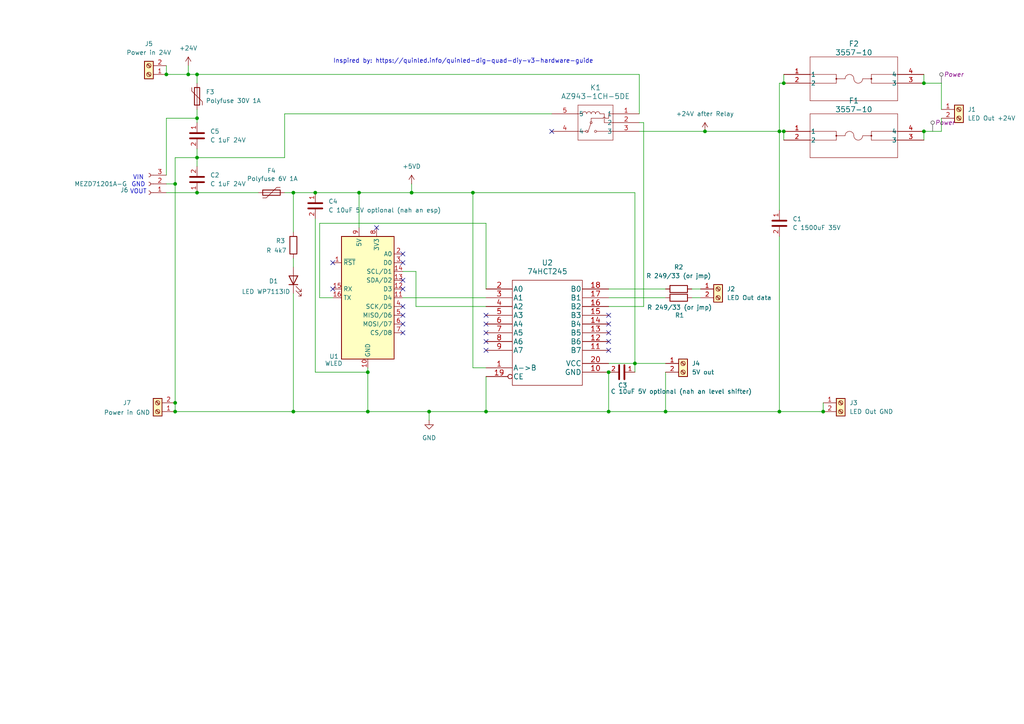
<source format=kicad_sch>
(kicad_sch (version 20250114) (generator "eeschema") (generator_version "9.0")
  (paper "A4")
  (title_block (title "wled-pcb"))
  (lib_symbols
    (symbol "C_1" (pin_names (offset 0.254))
      (property "Reference" "C" (at 0.635 2.54 0))
      (property "Value" "C" (at 0.635 -2.54 0))
      (symbol "C_1_0_1"
        (polyline (pts (xy -2.032 0.762) (xy 2.032 0.762)) (stroke (width 0.508)))
        (polyline (pts (xy -2.032 -0.762) (xy 2.032 -0.762)) (stroke (width 0.508)))
      )
      (symbol "C_1_1_1"
        (pin passive line (at 0 3.81 270) (length 2.794) (name "~") (number "1"))
        (pin passive line (at 0 -3.81 90) (length 2.794) (name "~") (number "2"))
      )
    )
    (symbol "C_2" (pin_names (offset 0.254))
      (property "Reference" "C" (at 0.635 2.54 0))
      (property "Value" "C" (at 0.635 -2.54 0))
      (symbol "C_2_0_1"
        (polyline (pts (xy -2.032 0.762) (xy 2.032 0.762)) (stroke (width 0.508)))
        (polyline (pts (xy -2.032 -0.762) (xy 2.032 -0.762)) (stroke (width 0.508)))
      )
      (symbol "C_2_1_1"
        (pin passive line (at 0 3.81 270) (length 2.794) (name "~") (number "1"))
        (pin passive line (at 0 -3.81 90) (length 2.794) (name "~") (number "2"))
      )
    )
    (symbol "C_3" (pin_names (offset 0.254))
      (property "Reference" "C" (at 0.635 2.54 0))
      (property "Value" "C" (at 0.635 -2.54 0))
      (symbol "C_3_0_1"
        (polyline (pts (xy -2.032 0.762) (xy 2.032 0.762)) (stroke (width 0.508)))
        (polyline (pts (xy -2.032 -0.762) (xy 2.032 -0.762)) (stroke (width 0.508)))
      )
      (symbol "C_3_1_1"
        (pin passive line (at 0 3.81 270) (length 2.794) (name "~") (number "1"))
        (pin passive line (at 0 -3.81 90) (length 2.794) (name "~") (number "2"))
      )
    )
    (symbol "C_4" (pin_names (offset 0.254))
      (property "Reference" "C" (at 0.635 2.54 0))
      (property "Value" "C" (at 0.635 -2.54 0))
      (symbol "C_4_0_1"
        (polyline (pts (xy -2.032 0.762) (xy 2.032 0.762)) (stroke (width 0.508)))
        (polyline (pts (xy -2.032 -0.762) (xy 2.032 -0.762)) (stroke (width 0.508)))
      )
      (symbol "C_4_1_1"
        (pin passive line (at 0 3.81 270) (length 2.794) (name "~") (number "1"))
        (pin passive line (at 0 -3.81 90) (length 2.794) (name "~") (number "2"))
      )
    )
    (symbol "Connector:Conn_01x03_Socket" (pin_names (offset 1.016) (hide yes))
      (property "Reference" "J" (at 0 5.08 0))
      (property "Value" "Conn_01x03_Socket" (at 0 -5.08 0))
      (symbol "Conn_01x03_Socket_1_1"
        (polyline (pts (xy -1.27 2.54) (xy -0.508 2.54)) (stroke (width 0.1524)))
        (polyline (pts (xy -1.27 0) (xy -0.508 0)) (stroke (width 0.1524)))
        (polyline (pts (xy -1.27 -2.54) (xy -0.508 -2.54)) (stroke (width 0.1524)))
        (arc (start 0 2.032) (mid -0.5058 2.54) (end 0 3.048) (stroke (width 0.1524)))
        (arc (start 0 -0.508) (mid -0.5058 0) (end 0 0.508) (stroke (width 0.1524)))
        (arc (start 0 -3.048) (mid -0.5058 -2.54) (end 0 -2.032) (stroke (width 0.1524)))
        (pin passive line (at -5.08 2.54 0) (length 3.81) (name "Pin_1") (number "1"))
        (pin passive line (at -5.08 0 0) (length 3.81) (name "Pin_2") (number "2"))
        (pin passive line (at -5.08 -2.54 0) (length 3.81) (name "Pin_3") (number "3"))
      )
    )
    (symbol "Connector:Screw_Terminal_01x02" (pin_names (offset 1.016) (hide yes))
      (property "Reference" "J" (at 0 2.54 0))
      (property "Value" "Screw_Terminal_01x02" (at 0 -5.08 0))
      (symbol "Screw_Terminal_01x02_1_1"
        (rectangle (start -1.27 1.27) (end 1.27 -3.81) (stroke (width 0.254)) (fill (type background)))
        (polyline (pts (xy -0.5334 0.3302) (xy 0.3302 -0.508)) (stroke (width 0.1524)))
        (polyline (pts (xy -0.5334 -2.2098) (xy 0.3302 -3.048)) (stroke (width 0.1524)))
        (polyline (pts (xy -0.3556 0.508) (xy 0.508 -0.3302)) (stroke (width 0.1524)))
        (polyline (pts (xy -0.3556 -2.032) (xy 0.508 -2.8702)) (stroke (width 0.1524)))
        (circle (center 0 0) (radius 0.635) (stroke (width 0.1524)))
        (circle (center 0 -2.54) (radius 0.635) (stroke (width 0.1524)))
        (pin passive line (at -5.08 0 0) (length 3.81) (name "Pin_1") (number "1"))
        (pin passive line (at -5.08 -2.54 0) (length 3.81) (name "Pin_2") (number "2"))
      )
    )
    (symbol "Device:C" (pin_names (offset 0.254))
      (property "Reference" "C" (at 0.635 2.54 0))
      (property "Value" "C" (at 0.635 -2.54 0))
      (symbol "C_0_1"
        (polyline (pts (xy -2.032 0.762) (xy 2.032 0.762)) (stroke (width 0.508)))
        (polyline (pts (xy -2.032 -0.762) (xy 2.032 -0.762)) (stroke (width 0.508)))
      )
      (symbol "C_1_1"
        (pin passive line (at 0 3.81 270) (length 2.794) (name "~") (number "1"))
        (pin passive line (at 0 -3.81 90) (length 2.794) (name "~") (number "2"))
      )
    )
    (symbol "Device:LED" (pin_numbers (hide yes)) (pin_names (offset 1.016) (hide yes))
      (property "Reference" "D" (at 0 2.54 0))
      (property "Value" "LED" (at 0 -2.54 0))
      (symbol "LED_0_1"
        (polyline (pts (xy -3.048 -0.762) (xy -4.572 -2.286) (xy -3.81 -2.286) (xy -4.572 -2.286) (xy -4.572 -1.524)))
        (polyline (pts (xy -1.778 -0.762) (xy -3.302 -2.286) (xy -2.54 -2.286) (xy -3.302 -2.286) (xy -3.302 -1.524)))
        (polyline (pts (xy -1.27 0) (xy 1.27 0)))
        (polyline (pts (xy -1.27 -1.27) (xy -1.27 1.27)) (stroke (width 0.254)))
        (polyline (pts (xy 1.27 -1.27) (xy 1.27 1.27) (xy -1.27 0) (xy 1.27 -1.27)) (stroke (width 0.254)))
      )
      (symbol "LED_1_1"
        (pin passive line (at -3.81 0 0) (length 2.54) (name "K") (number "1"))
        (pin passive line (at 3.81 0 180) (length 2.54) (name "A") (number "2"))
      )
    )
    (symbol "Device:Polyfuse" (pin_numbers (hide yes)) (pin_names (offset 0))
      (property "Reference" "F" (at -2.54 0 90))
      (property "Value" "Polyfuse" (at 2.54 0 90))
      (symbol "Polyfuse_0_1"
        (polyline (pts (xy -1.524 2.54) (xy -1.524 1.524) (xy 1.524 -1.524) (xy 1.524 -2.54)))
        (rectangle (start -0.762 2.54) (end 0.762 -2.54) (stroke (width 0.254)))
        (polyline (pts (xy 0 2.54) (xy 0 -2.54)))
      )
      (symbol "Polyfuse_1_1"
        (pin passive line (at 0 3.81 270) (length 1.27) (name "~") (number "1"))
        (pin passive line (at 0 -3.81 90) (length 1.27) (name "~") (number "2"))
      )
    )
    (symbol "Device:R" (pin_numbers (hide yes)) (pin_names (offset 0))
      (property "Reference" "R" (at 2.032 0 90))
      (property "Value" "R" (at 0 0 90))
      (symbol "R_0_1"
        (rectangle (start -1.016 -2.54) (end 1.016 2.54) (stroke (width 0.254)))
      )
      (symbol "R_1_1"
        (pin passive line (at 0 3.81 270) (length 1.27) (name "~") (number "1"))
        (pin passive line (at 0 -3.81 90) (length 1.27) (name "~") (number "2"))
      )
    )
    (symbol "MCU_Module:WeMos_D1_mini"
      (property "Reference" "U" (at 3.81 19.05 0))
      (property "Value" "WeMos_D1_mini" (at 1.27 -19.05 0))
      (symbol "WeMos_D1_mini_1_1"
        (rectangle (start -7.62 17.78) (end 7.62 -17.78) (stroke (width 0.254)) (fill (type background)))
        (pin input line (at -10.16 10.16 0) (length 2.54) (name "~{RST}") (number "1"))
        (pin input line (at -10.16 2.54 0) (length 2.54) (name "RX") (number "15"))
        (pin output line (at -10.16 0 0) (length 2.54) (name "TX") (number "16"))
        (pin power_in line (at -2.54 20.32 270) (length 2.54) (name "5V") (number "9"))
        (pin power_in line (at 0 -20.32 90) (length 2.54) (name "GND") (number "10"))
        (pin power_out line (at 2.54 20.32 270) (length 2.54) (name "3V3") (number "8"))
        (pin input line (at 10.16 12.7 180) (length 2.54) (name "A0") (number "2"))
        (pin bidirectional line (at 10.16 10.16 180) (length 2.54) (name "D0") (number "3"))
        (pin bidirectional line (at 10.16 7.62 180) (length 2.54) (name "SCL/D1") (number "14"))
        (pin bidirectional line (at 10.16 5.08 180) (length 2.54) (name "SDA/D2") (number "13"))
        (pin bidirectional line (at 10.16 2.54 180) (length 2.54) (name "D3") (number "12"))
        (pin bidirectional line (at 10.16 0 180) (length 2.54) (name "D4") (number "11"))
        (pin bidirectional line (at 10.16 -2.54 180) (length 2.54) (name "SCK/D5") (number "4"))
        (pin bidirectional line (at 10.16 -5.08 180) (length 2.54) (name "MISO/D6") (number "5"))
        (pin bidirectional line (at 10.16 -7.62 180) (length 2.54) (name "MOSI/D7") (number "6"))
        (pin bidirectional line (at 10.16 -10.16 180) (length 2.54) (name "CS/D8") (number "7"))
      )
    )
    (symbol "Screw_Terminal_01x02_1" (pin_names (offset 1.016) (hide yes))
      (property "Reference" "J1" (at 0 -8.89 0))
      (property "Value" "Power in 24V" (at 0 -6.35 0))
      (symbol "Screw_Terminal_01x02_1_1_1"
        (rectangle (start -1.27 1.27) (end 1.27 -3.81) (stroke (width 0.254)) (fill (type background)))
        (polyline (pts (xy -0.5334 0.3302) (xy 0.3302 -0.508)) (stroke (width 0.1524)))
        (polyline (pts (xy -0.5334 -2.2098) (xy 0.3302 -3.048)) (stroke (width 0.1524)))
        (polyline (pts (xy -0.3556 0.508) (xy 0.508 -0.3302)) (stroke (width 0.1524)))
        (polyline (pts (xy -0.3556 -2.032) (xy 0.508 -2.8702)) (stroke (width 0.1524)))
        (circle (center 0 0) (radius 0.635) (stroke (width 0.1524)))
        (circle (center 0 -2.54) (radius 0.635) (stroke (width 0.1524)))
        (pin power_out line (at -5.08 0 0) (length 3.81) (name "Pin_1") (number "1"))
        (pin power_out line (at -5.08 -2.54 0) (length 3.81) (name "Pin_2") (number "2"))
      )
    )
    (symbol "lib:3557-10" (pin_names (offset 0.254))
      (property "Reference" "F" (at 20.32 10.16 0))
      (property "Value" "3557-10" (at 20.32 7.62 0))
      (symbol "3557-10_0_1"
        (polyline (pts (xy 7.62 5.08) (xy 7.62 -7.62)) (stroke (width 0.127)))
        (polyline (pts (xy 7.62 0) (xy 15.24 0)) (stroke (width 0.127)))
        (polyline (pts (xy 7.62 -2.54) (xy 15.24 -2.54)) (stroke (width 0.127)))
        (polyline (pts (xy 7.62 -7.62) (xy 33.02 -7.62)) (stroke (width 0.127)))
        (polyline (pts (xy 15.24 0) (xy 15.24 -2.54)) (stroke (width 0.127)))
        (polyline (pts (xy 15.24 -1.27) (xy 17.78 -1.27)) (stroke (width 0.127)))
        (circle (center 15.24 -1.27) (radius 0.127) (stroke (width 0.254)))
        (arc (start 17.78 -1.27) (mid 19.05 -0.0055) (end 20.32 -1.27) (stroke (width 0.127)))
        (arc (start 22.86 -1.27) (mid 21.59 -2.5344) (end 20.32 -1.27) (stroke (width 0.127)))
        (polyline (pts (xy 22.86 -1.27) (xy 25.4 -1.27)) (stroke (width 0.127)))
        (polyline (pts (xy 25.4 0) (xy 33.02 0)) (stroke (width 0.127)))
        (circle (center 25.4 -1.27) (radius 0.127) (stroke (width 0.254)))
        (polyline (pts (xy 25.4 -2.54) (xy 25.4 0)) (stroke (width 0.127)))
        (polyline (pts (xy 33.02 5.08) (xy 7.62 5.08)) (stroke (width 0.127)))
        (polyline (pts (xy 33.02 -2.54) (xy 25.4 -2.54)) (stroke (width 0.127)))
        (polyline (pts (xy 33.02 -7.62) (xy 33.02 5.08)) (stroke (width 0.127)))
        (pin unspecified line (at 0 0 0) (length 7.62) (name "1") (number "1"))
        (pin unspecified line (at 0 -2.54 0) (length 7.62) (name "2") (number "2"))
        (pin unspecified line (at 40.64 0 180) (length 7.62) (name "4") (number "4"))
        (pin unspecified line (at 40.64 -2.54 180) (length 7.62) (name "3") (number "3"))
      )
    )
    (symbol "lib:74HCT245" (pin_names (offset 0.254))
      (property "Reference" "U" (at 0 12.7 0))
      (property "Value" "74HCT245" (at 0 0 90))
      (symbol "74HCT245_0_0"
        (pin power_in line (at 17.78 -8.89 180) (length 7.62) (name "VCC") (number "20"))
        (pin power_in line (at 17.78 -11.43 180) (length 7.62) (name "GND") (number "10"))
      )
      (symbol "74HCT245_0_1"
        (rectangle (start -10.16 15.24) (end 10.16 -15.24))
      )
      (symbol "74HCT245_1_1"
        (pin tri_state line (at -17.78 12.7 0) (length 7.62) (name "A0") (number "2"))
        (pin tri_state line (at -17.78 10.16 0) (length 7.62) (name "A1") (number "3"))
        (pin tri_state line (at -17.78 7.62 0) (length 7.62) (name "A2") (number "4"))
        (pin tri_state line (at -17.78 5.08 0) (length 7.62) (name "A3") (number "5"))
        (pin tri_state line (at -17.78 2.54 0) (length 7.62) (name "A4") (number "6"))
        (pin tri_state line (at -17.78 0 0) (length 7.62) (name "A5") (number "7"))
        (pin tri_state line (at -17.78 -2.54 0) (length 7.62) (name "A6") (number "8"))
        (pin tri_state line (at -17.78 -5.08 0) (length 7.62) (name "A7") (number "9"))
        (pin input line (at -17.78 -10.16 0) (length 7.62) (name "A->B") (number "1"))
        (pin input inverted (at -17.78 -12.7 0) (length 7.62) (name "CE") (number "19"))
        (pin tri_state line (at 17.78 12.7 180) (length 7.62) (name "B0") (number "18"))
        (pin tri_state line (at 17.78 10.16 180) (length 7.62) (name "B1") (number "17"))
        (pin tri_state line (at 17.78 7.62 180) (length 7.62) (name "B2") (number "16"))
        (pin tri_state line (at 17.78 5.08 180) (length 7.62) (name "B3") (number "15"))
        (pin tri_state line (at 17.78 2.54 180) (length 7.62) (name "B4") (number "14"))
        (pin tri_state line (at 17.78 0 180) (length 7.62) (name "B5") (number "13"))
        (pin tri_state line (at 17.78 -2.54 180) (length 7.62) (name "B6") (number "12"))
        (pin tri_state line (at 17.78 -5.08 180) (length 7.62) (name "B7") (number "11"))
      )
    )
    (symbol "lib:AZ943-1CH-5DE" (pin_names (offset 0.254))
      (property "Reference" "K" (at 12.7 7.62 0))
      (property "Value" "AZ943-1CH-5DE" (at 12.7 5.08 0))
      (symbol "AZ943-1CH-5DE_0_1"
        (polyline (pts (xy 7.62 2.54) (xy 7.62 -7.62)) (stroke (width 0.127)))
        (polyline (pts (xy 7.62 0) (xy 8.89 0)) (stroke (width 0.127)))
        (polyline (pts (xy 7.62 -2.54) (xy 10.16 -2.54)) (stroke (width 0.127)))
        (polyline (pts (xy 7.62 -5.08) (xy 12.3825 -5.08)) (stroke (width 0.127)))
        (polyline (pts (xy 7.62 -7.62) (xy 17.78 -7.62)) (stroke (width 0.127)))
        (polyline (pts (xy 8.89 0) (xy 8.89 -1.27)) (stroke (width 0.127)))
        (polyline (pts (xy 8.89 -1.27) (xy 9.8425 -1.27)) (stroke (width 0.127)))
        (polyline (pts (xy 10.16 0) (xy 10.16 -2.54)) (stroke (width 0.127)))
        (polyline (pts (xy 10.16 0) (xy 11.43 0)) (stroke (width 0.127)))
        (arc (start 9.8552 -1.27) (mid 10.16 -0.9665) (end 10.4648 -1.27) (stroke (width 0.127)))
        (polyline (pts (xy 10.4648 -1.27) (xy 13.97 -1.27)) (stroke (width 0.127)))
        (arc (start 11.43 0) (mid 12.065 0.6323) (end 12.7 0) (stroke (width 0.127)))
        (circle (center 12.7 -5.08) (radius 0.3048) (stroke (width 0.127)))
        (arc (start 12.7 0) (mid 13.335 0.6323) (end 13.97 0) (stroke (width 0.127)))
        (polyline (pts (xy 13.97 -1.27) (xy 13.97 -2.2225)) (stroke (width 0.127)))
        (polyline (pts (xy 13.97 -2.54) (xy 14.9225 -5.3975)) (stroke (width 0.127)))
        (circle (center 13.97 -2.54) (radius 0.3048) (stroke (width 0.127)))
        (arc (start 13.97 0) (mid 14.605 0.6323) (end 15.24 0) (stroke (width 0.127)))
        (circle (center 15.24 -5.08) (radius 0.3048) (stroke (width 0.127)))
        (polyline (pts (xy 15.5575 -5.08) (xy 17.78 -5.08)) (stroke (width 0.127)))
        (arc (start 15.24 0) (mid 15.875 0.6323) (end 16.51 0) (stroke (width 0.127)))
        (polyline (pts (xy 16.51 0) (xy 17.78 0)) (stroke (width 0.127)))
        (polyline (pts (xy 17.78 2.54) (xy 7.62 2.54)) (stroke (width 0.127)))
        (polyline (pts (xy 17.78 -7.62) (xy 17.78 2.54)) (stroke (width 0.127)))
      )
      (symbol "AZ943-1CH-5DE_1_1"
        (pin passive line (at 0 0 0) (length 7.62) (name "1") (number "1"))
        (pin passive line (at 0 -2.54 0) (length 7.62) (name "2") (number "2"))
        (pin passive line (at 0 -5.08 0) (length 7.62) (name "3") (number "3"))
        (pin passive line (at 25.4 0 180) (length 7.62) (name "5") (number "5"))
        (pin passive line (at 25.4 -5.08 180) (length 7.62) (name "4") (number "4"))
      )
    )
    (symbol "power:+24V" (power) (pin_numbers (hide yes)) (pin_names (offset 0) (hide yes))
      (property "Value" "+24V" (at 0 3.556 0))
      (symbol "+24V_0_1"
        (polyline (pts (xy -0.762 1.27) (xy 0 2.54)))
        (polyline (pts (xy 0 2.54) (xy 0.762 1.27)))
        (polyline (pts (xy 0 0) (xy 0 2.54)))
      )
      (symbol "+24V_1_1"
        (pin power_in line (at 0 0 90) (length 0) (name "~") (number "1"))
      )
    )
    (symbol "power:+5VD" (power) (pin_numbers (hide yes)) (pin_names (offset 0) (hide yes))
      (property "Value" "+5VD" (at 0 3.556 0))
      (symbol "+5VD_0_1"
        (polyline (pts (xy -0.762 1.27) (xy 0 2.54)))
        (polyline (pts (xy 0 2.54) (xy 0.762 1.27)))
        (polyline (pts (xy 0 0) (xy 0 2.54)))
      )
      (symbol "+5VD_1_1"
        (pin power_in line (at 0 0 90) (length 0) (name "~") (number "1"))
      )
    )
    (symbol "power:GND" (power) (pin_numbers (hide yes)) (pin_names (offset 0) (hide yes))
      (property "Value" "GND" (at 0 -3.81 0))
      (symbol "GND_0_1"
        (polyline (pts (xy 0 0) (xy 0 -1.27) (xy 1.27 -1.27) (xy 0 -2.54) (xy -1.27 -1.27) (xy 0 -1.27)))
      )
      (symbol "GND_1_1"
        (pin power_in line (at 0 0 270) (length 0) (name "~") (number "1"))
      )
    )
  )
  (text "VIN\nGND\nVOUT\n" (at 40.132 53.594 0) (effects (font (size 1.27 1.27))))
  (text "Inspired by: https://quinled.info/quinled-dig-quad-diy-v3-hardware-guide\n" (at 134.366 17.78 0) (effects (font (size 1.27 1.27))))
  (junction (at 204.47 38.1))
  (junction (at 54.61 21.59))
  (junction (at 238.76 119.38))
  (junction (at 227.33 24.13))
  (junction (at 57.15 34.29))
  (junction (at 124.46 119.38))
  (junction (at 91.44 55.88))
  (junction (at 267.97 38.1))
  (junction (at 267.97 24.13))
  (junction (at 57.15 45.72))
  (junction (at 106.68 119.38))
  (junction (at 176.53 107.95))
  (junction (at 50.8 116.84))
  (junction (at 50.8 119.38))
  (junction (at 226.06 38.1))
  (junction (at 176.53 119.38))
  (junction (at 137.16 55.88))
  (junction (at 226.06 119.38))
  (junction (at 57.15 55.88))
  (junction (at 48.26 21.59))
  (junction (at 57.15 21.59))
  (junction (at 119.38 55.88))
  (junction (at 85.09 119.38))
  (junction (at 193.04 119.38))
  (junction (at 50.8 53.34))
  (junction (at 184.15 105.41))
  (junction (at 106.68 107.95))
  (junction (at 85.09 55.88))
  (junction (at 104.14 55.88))
  (junction (at 140.97 119.38))
  (junction (at 227.33 38.1))
  (no_connect (at 96.52 83.82))
  (no_connect (at 116.84 88.9))
  (no_connect (at 176.53 93.98))
  (no_connect (at 109.22 66.04))
  (no_connect (at 116.84 81.28))
  (no_connect (at 140.97 91.44))
  (no_connect (at 96.52 76.2))
  (no_connect (at 116.84 93.98))
  (no_connect (at 140.97 96.52))
  (no_connect (at 116.84 83.82))
  (no_connect (at 140.97 99.06))
  (no_connect (at 176.53 101.6))
  (no_connect (at 140.97 93.98))
  (no_connect (at 116.84 91.44))
  (no_connect (at 160.02 38.1))
  (no_connect (at 116.84 96.52))
  (no_connect (at 176.53 99.06))
  (no_connect (at 116.84 76.2))
  (no_connect (at 140.97 101.6))
  (no_connect (at 176.53 96.52))
  (no_connect (at 116.84 73.66))
  (no_connect (at 176.53 91.44))
  (wire (pts (xy 104.14 55.88) (xy 104.14 66.04)))
  (wire (pts (xy 124.46 119.38) (xy 140.97 119.38)))
  (wire (pts (xy 193.04 119.38) (xy 226.06 119.38)))
  (wire (pts (xy 226.06 38.1) (xy 227.33 38.1)))
  (wire (pts (xy 57.15 45.72) (xy 82.55 45.72)))
  (wire (pts (xy 91.44 63.5) (xy 91.44 107.95)))
  (wire (pts (xy 57.15 45.72) (xy 57.15 43.18)))
  (wire (pts (xy 54.61 21.59) (xy 57.15 21.59)))
  (wire (pts (xy 140.97 64.77) (xy 140.97 83.82)))
  (wire (pts (xy 273.05 24.13) (xy 273.05 31.75)))
  (wire (pts (xy 176.53 86.36) (xy 193.04 86.36)))
  (wire (pts (xy 92.71 64.77) (xy 140.97 64.77)))
  (wire (pts (xy 48.26 55.88) (xy 57.15 55.88)))
  (wire (pts (xy 85.09 55.88) (xy 82.55 55.88)))
  (wire (pts (xy 226.06 38.1) (xy 226.06 60.96)))
  (wire (pts (xy 85.09 55.88) (xy 85.09 67.31)))
  (wire (pts (xy 57.15 34.29) (xy 57.15 35.56)))
  (wire (pts (xy 106.68 107.95) (xy 106.68 119.38)))
  (wire (pts (xy 57.15 55.88) (xy 74.93 55.88)))
  (wire (pts (xy 137.16 55.88) (xy 137.16 106.68)))
  (wire (pts (xy 200.66 83.82) (xy 203.2 83.82)))
  (wire (pts (xy 119.38 53.34) (xy 119.38 55.88)))
  (wire (pts (xy 85.09 55.88) (xy 91.44 55.88)))
  (wire (pts (xy 140.97 109.22) (xy 140.97 119.38)))
  (wire (pts (xy 82.55 33.02) (xy 82.55 45.72)))
  (wire (pts (xy 176.53 83.82) (xy 193.04 83.82)))
  (wire (pts (xy 116.84 78.74) (xy 120.65 78.74)))
  (wire (pts (xy 140.97 106.68) (xy 137.16 106.68)))
  (wire (pts (xy 48.26 34.29) (xy 57.15 34.29)))
  (wire (pts (xy 50.8 53.34) (xy 50.8 45.72)))
  (wire (pts (xy 48.26 21.59) (xy 54.61 21.59)))
  (wire (pts (xy 57.15 21.59) (xy 57.15 24.13)))
  (wire (pts (xy 140.97 119.38) (xy 176.53 119.38)))
  (wire (pts (xy 185.42 38.1) (xy 204.47 38.1)))
  (wire (pts (xy 48.26 50.8) (xy 48.26 34.29)))
  (wire (pts (xy 160.02 33.02) (xy 82.55 33.02)))
  (wire (pts (xy 184.15 105.41) (xy 193.04 105.41)))
  (wire (pts (xy 267.97 21.59) (xy 267.97 24.13)))
  (wire (pts (xy 50.8 116.84) (xy 50.8 119.38)))
  (wire (pts (xy 185.42 21.59) (xy 185.42 33.02)))
  (wire (pts (xy 238.76 116.84) (xy 238.76 119.38)))
  (wire (pts (xy 104.14 55.88) (xy 119.38 55.88)))
  (wire (pts (xy 273.05 38.1) (xy 273.05 34.29)))
  (wire (pts (xy 48.26 53.34) (xy 50.8 53.34)))
  (wire (pts (xy 226.06 24.13) (xy 226.06 38.1)))
  (wire (pts (xy 226.06 119.38) (xy 238.76 119.38)))
  (wire (pts (xy 227.33 38.1) (xy 227.33 40.64)))
  (wire (pts (xy 184.15 55.88) (xy 184.15 105.41)))
  (wire (pts (xy 48.26 19.05) (xy 48.26 21.59)))
  (wire (pts (xy 57.15 45.72) (xy 57.15 48.26)))
  (wire (pts (xy 54.61 19.05) (xy 54.61 21.59)))
  (wire (pts (xy 137.16 55.88) (xy 184.15 55.88)))
  (wire (pts (xy 267.97 24.13) (xy 273.05 24.13)))
  (wire (pts (xy 186.69 35.56) (xy 186.69 88.9)))
  (wire (pts (xy 91.44 107.95) (xy 106.68 107.95)))
  (wire (pts (xy 176.53 105.41) (xy 184.15 105.41)))
  (wire (pts (xy 227.33 24.13) (xy 226.06 24.13)))
  (wire (pts (xy 85.09 119.38) (xy 106.68 119.38)))
  (wire (pts (xy 176.53 88.9) (xy 186.69 88.9)))
  (wire (pts (xy 57.15 31.75) (xy 57.15 34.29)))
  (wire (pts (xy 119.38 55.88) (xy 137.16 55.88)))
  (wire (pts (xy 91.44 55.88) (xy 104.14 55.88)))
  (wire (pts (xy 85.09 85.09) (xy 85.09 119.38)))
  (wire (pts (xy 176.53 107.95) (xy 176.53 119.38)))
  (wire (pts (xy 204.47 38.1) (xy 226.06 38.1)))
  (wire (pts (xy 176.53 119.38) (xy 193.04 119.38)))
  (wire (pts (xy 85.09 74.93) (xy 85.09 77.47)))
  (wire (pts (xy 120.65 88.9) (xy 140.97 88.9)))
  (wire (pts (xy 106.68 119.38) (xy 124.46 119.38)))
  (wire (pts (xy 106.68 106.68) (xy 106.68 107.95)))
  (wire (pts (xy 120.65 88.9) (xy 120.65 78.74)))
  (wire (pts (xy 50.8 53.34) (xy 50.8 116.84)))
  (wire (pts (xy 57.15 21.59) (xy 185.42 21.59)))
  (wire (pts (xy 267.97 38.1) (xy 273.05 38.1)))
  (wire (pts (xy 186.69 35.56) (xy 185.42 35.56)))
  (wire (pts (xy 200.66 86.36) (xy 203.2 86.36)))
  (wire (pts (xy 226.06 68.58) (xy 226.06 119.38)))
  (wire (pts (xy 96.52 86.36) (xy 92.71 86.36)))
  (wire (pts (xy 267.97 38.1) (xy 267.97 40.64)))
  (wire (pts (xy 184.15 105.41) (xy 184.15 107.95)))
  (wire (pts (xy 124.46 119.38) (xy 124.46 121.92)))
  (wire (pts (xy 227.33 21.59) (xy 227.33 24.13)))
  (wire (pts (xy 116.84 86.36) (xy 140.97 86.36)))
  (wire (pts (xy 50.8 119.38) (xy 85.09 119.38)))
  (wire (pts (xy 193.04 107.95) (xy 193.04 119.38)))
  (wire (pts (xy 92.71 86.36) (xy 92.71 64.77)))
  (wire (pts (xy 50.8 45.72) (xy 57.15 45.72)))
  (netclass_flag "" (length 2.54) (shape round) (at 273.05 24.13 0) (property "Netclass" "Power" (at 273.7485 21.59 0) (effects (font (italic yes)) (justify left))))
  (netclass_flag "" (length 2.54) (shape round) (at 270.51 38.1 0) (property "Netclass" "Power" (at 271.2085 35.56 0) (effects (font (italic yes)) (justify left))))
  (symbol (lib_name "Screw_Terminal_01x02_1") (lib_id "Connector:Screw_Terminal_01x02") (at 243.84 116.84 0) (unit 1)
    (property "Reference" "J3" (at 246.38 116.8399 0) (effects (justify left)))
    (property "Value" "LED Out GND" (at 246.38 119.3799 0) (effects (justify left)))
    (property "Footprint" "TerminalBlock_Phoenix:TerminalBlock_Phoenix_MKDS-1,5-2-5.08_1x02_P5.08mm_Horizontal" (effects (hide yes)))
    (property "Description" "Generic screw terminal, single row, 01x02, script generated (kicad-library-utils/schlib/autogen/connector/)" (effects (hide yes)))
  )
  (symbol (lib_name "Screw_Terminal_01x02_1") (lib_id "Connector:Screw_Terminal_01x02") (at 43.18 21.59 180) (unit 1)
    (property "Reference" "J5" (at 43.18 12.7 0))
    (property "Value" "Power in 24V" (at 43.18 15.24 0))
    (property "Footprint" "TerminalBlock_Phoenix:TerminalBlock_Phoenix_MKDS-1,5-2-5.08_1x02_P5.08mm_Horizontal" (effects (hide yes)))
    (property "Description" "Generic screw terminal, single row, 01x02, script generated (kicad-library-utils/schlib/autogen/connector/)" (effects (hide yes)))
  )
  (symbol (lib_id "lib:3557-10") (at 227.33 38.1 0) (unit 1)
    (property "Reference" "F1" (at 247.65 29.21 0) (effects (font (size 1.524 1.524))))
    (property "Value" "3557-10" (at 247.65 31.75 0) (effects (font (size 1.524 1.524))))
    (property "Footprint" "Library:3557-10_KEY" (effects (hide yes)))
    (property "Datasheet" "3557-10" (effects (hide yes)))
  )
  (symbol (lib_id "power:GND") (at 124.46 121.92 0) (unit 1)
    (property "Reference" "#PWR01" (effects (hide yes)))
    (property "Value" "GND" (at 124.46 127 0))
    (property "Description" "Power symbol creates a global label with name \"GND\" , ground" (effects (hide yes)))
  )
  (symbol (lib_id "power:+24V") (at 54.61 19.05 0) (unit 1)
    (property "Reference" "#PWR03" (effects (hide yes)))
    (property "Value" "+24V" (at 54.61 13.97 0))
    (property "Description" "Power symbol creates a global label with name \"+24V\"" (effects (hide yes)))
  )
  (symbol (lib_id "Device:LED") (at 85.09 81.28 90) (unit 1)
    (property "Reference" "D1" (at 77.978 81.534 90) (effects (justify right)))
    (property "Value" "LED WP7113ID" (at 70.104 84.582 90) (effects (justify right)))
    (property "Footprint" "LED_THT:LED_D5.0mm" (effects (hide yes)))
    (property "Description" "Light emitting diode" (effects (hide yes)))
  )
  (symbol (lib_id "Connector:Screw_Terminal_01x02") (at 45.72 119.38 180) (unit 1)
    (property "Reference" "J7" (at 36.83 116.84 0))
    (property "Value" "Power in GND" (at 36.83 119.634 0))
    (property "Footprint" "TerminalBlock_Phoenix:TerminalBlock_Phoenix_MKDS-1,5-2-5.08_1x02_P5.08mm_Horizontal" (effects (hide yes)))
    (property "Description" "Generic screw terminal, single row, 01x02, script generated (kicad-library-utils/schlib/autogen/connector/)" (effects (hide yes)))
  )
  (symbol (lib_id "Connector:Screw_Terminal_01x02") (at 208.28 83.82 0) (unit 1)
    (property "Reference" "J2" (at 210.82 83.8199 0) (effects (justify left)))
    (property "Value" "LED Out data" (at 210.82 86.3599 0) (effects (justify left)))
    (property "Footprint" "TerminalBlock_Phoenix:TerminalBlock_Phoenix_MKDS-1,5-2-5.08_1x02_P5.08mm_Horizontal" (effects (hide yes)))
    (property "Description" "Generic screw terminal, single row, 01x02, script generated (kicad-library-utils/schlib/autogen/connector/)" (effects (hide yes)))
  )
  (symbol (lib_id "power:+5VD") (at 119.38 53.34 0) (unit 1)
    (property "Reference" "#PWR02" (effects (hide yes)))
    (property "Value" "+5VD" (at 119.38 48.26 0))
    (property "Description" "Power symbol creates a global label with name \"+5VD\"" (effects (hide yes)))
  )
  (symbol (lib_id "lib:3557-10") (at 227.33 21.59 0) (unit 1)
    (property "Reference" "F2" (at 247.65 12.7 0) (effects (font (size 1.524 1.524))))
    (property "Value" "3557-10" (at 247.65 15.24 0) (effects (font (size 1.524 1.524))))
    (property "Footprint" "Library:3557-10_KEY" (effects (hide yes)))
    (property "Datasheet" "3557-10" (effects (hide yes)))
  )
  (symbol (lib_id "Connector:Conn_01x03_Socket") (at 43.18 53.34 180) (unit 1)
    (property "Reference" "J6" (at 36.068 55.118 0))
    (property "Value" "MEZD71201A-G" (at 29.21 53.34 0))
    (property "Footprint" "Connector_PinSocket_2.54mm:PinSocket_1x03_P2.54mm_Vertical" (effects (hide yes)))
    (property "Description" "Generic connector, single row, 01x03, script generated" (effects (hide yes)))
  )
  (symbol (lib_name "C_1") (lib_id "Device:C") (at 57.15 52.07 180) (unit 1)
    (property "Reference" "C2" (at 60.96 50.7999 0) (effects (justify right)))
    (property "Value" "C 1uF 24V" (at 60.96 53.3399 0) (effects (justify right)))
    (property "Footprint" "Capacitor_THT:CP_Radial_D5.0mm_P2.00mm" (effects (hide yes)))
    (property "Description" "Unpolarized capacitor" (effects (hide yes)))
  )
  (symbol (lib_name "C_3") (lib_id "Device:C") (at 91.44 59.69 0) (unit 1)
    (property "Reference" "C4" (at 95.25 58.4199 0) (effects (justify left)))
    (property "Value" "C 10uF 5V optional (nah an esp)" (at 95.25 60.9599 0) (effects (justify left)))
    (property "Footprint" "Capacitor_THT:CP_Radial_D5.0mm_P2.00mm" (effects (hide yes)))
    (property "Description" "Unpolarized capacitor" (effects (hide yes)))
  )
  (symbol (lib_id "lib:74HCT245") (at 158.75 96.52 0) (unit 1)
    (property "Reference" "U2" (at 158.75 76.2 0) (effects (font (size 1.524 1.524))))
    (property "Value" "74HCT245" (at 158.75 78.74 0) (effects (font (size 1.524 1.524))))
    (property "Footprint" "Package_DIP:DIP-20_W7.62mm" (effects (hide yes)))
  )
  (symbol (lib_id "Device:Polyfuse") (at 78.74 55.88 90) (unit 1)
    (property "Reference" "F4" (at 78.74 49.53 90))
    (property "Value" "Polyfuse 6V 1A" (at 78.994 51.816 90))
    (property "Footprint" "Fuse:Fuse_Bourns_MF-RG300" (effects (hide yes)))
    (property "Description" "Resettable fuse, polymeric positive temperature coefficient" (effects (hide yes)))
  )
  (symbol (lib_id "Device:R") (at 196.85 83.82 90) (unit 1)
    (property "Reference" "R2" (at 196.85 77.47 90))
    (property "Value" "R 249/33 (or jmp)" (at 196.85 80.01 90))
    (property "Footprint" "Resistor_THT:R_Axial_DIN0207_L6.3mm_D2.5mm_P10.16mm_Horizontal" (effects (hide yes)))
    (property "Description" "Resistor" (effects (hide yes)))
  )
  (symbol (lib_id "MCU_Module:WeMos_D1_mini") (at 106.68 86.36 0) (unit 1)
    (property "Reference" "U1" (at 95.504 103.378 0) (effects (justify left)))
    (property "Value" "WLED" (at 94.234 105.41 0) (effects (justify left)))
    (property "Footprint" "Module:WEMOS_D1_mini_light" (effects (hide yes)))
    (property "Datasheet" "https://wiki.wemos.cc/products:d1:d1_mini#documentation" (effects (hide yes)))
    (property "Description" "32-bit microcontroller module with WiFi" (effects (hide yes)))
  )
  (symbol (lib_name "C_2") (lib_id "Device:C") (at 57.15 39.37 0) (unit 1)
    (property "Reference" "C5" (at 60.96 38.0999 0) (effects (justify left)))
    (property "Value" "C 1uF 24V" (at 60.96 40.6399 0) (effects (justify left)))
    (property "Footprint" "Capacitor_THT:CP_Radial_D5.0mm_P2.00mm" (effects (hide yes)))
    (property "Description" "Unpolarized capacitor" (effects (hide yes)))
  )
  (symbol (lib_name "C_4") (lib_id "Device:C") (at 180.34 107.95 270) (unit 1)
    (property "Reference" "C3" (at 180.594 111.76 90))
    (property "Value" "C 10uF 5V optional (nah an level shifter)" (at 197.612 113.538 90))
    (property "Footprint" "Capacitor_THT:CP_Radial_D5.0mm_P2.00mm" (effects (hide yes)))
    (property "Description" "Unpolarized capacitor" (effects (hide yes)))
  )
  (symbol (lib_id "power:+24V") (at 204.47 38.1 0) (unit 1)
    (property "Reference" "#PWR04" (effects (hide yes)))
    (property "Value" "+24V after Relay" (at 204.47 33.02 0))
    (property "Description" "Power symbol creates a global label with name \"+24V\"" (effects (hide yes)))
  )
  (symbol (lib_id "Connector:Screw_Terminal_01x02") (at 198.12 105.41 0) (unit 1)
    (property "Reference" "J4" (at 200.66 105.4099 0) (effects (justify left)))
    (property "Value" "5V out" (at 200.66 107.9499 0) (effects (justify left)))
    (property "Footprint" "TerminalBlock_Phoenix:TerminalBlock_Phoenix_MKDS-1,5-2-5.08_1x02_P5.08mm_Horizontal" (effects (hide yes)))
    (property "Description" "Generic screw terminal, single row, 01x02, script generated (kicad-library-utils/schlib/autogen/connector/)" (effects (hide yes)))
  )
  (symbol (lib_id "Device:Polyfuse") (at 57.15 27.94 180) (unit 1)
    (property "Reference" "F3" (at 59.69 26.6699 0) (effects (justify right)))
    (property "Value" "Polyfuse 30V 1A" (at 59.69 29.2099 0) (effects (justify right)))
    (property "Footprint" "Fuse:Fuse_Bourns_MF-RG300" (effects (hide yes)))
    (property "Description" "Resettable fuse, polymeric positive temperature coefficient" (effects (hide yes)))
  )
  (symbol (lib_id "lib:AZ943-1CH-5DE") (at 185.42 33.02 0) (mirror y) (unit 1)
    (property "Reference" "K1" (at 172.72 25.4 0) (effects (font (size 1.524 1.524))))
    (property "Value" "AZ943-1CH-5DE" (at 172.72 27.94 0) (effects (font (size 1.524 1.524))))
    (property "Footprint" "Library:K_AZ943-1C_AMZ" (effects (hide yes)))
    (property "Datasheet" "AZ943-1CH-5DE" (effects (hide yes)))
  )
  (symbol (lib_id "Device:R") (at 85.09 71.12 0) (unit 1)
    (property "Reference" "R3" (at 80.01 69.85 0) (effects (justify left)))
    (property "Value" "R 4k7" (at 77.216 72.644 0) (effects (justify left)))
    (property "Footprint" "Resistor_THT:R_Axial_DIN0207_L6.3mm_D2.5mm_P10.16mm_Horizontal" (effects (hide yes)))
    (property "Description" "Resistor" (effects (hide yes)))
  )
  (symbol (lib_id "Device:C") (at 226.06 64.77 0) (unit 1)
    (property "Reference" "C1" (at 229.87 63.4999 0) (effects (justify left)))
    (property "Value" "C 1500uF 35V" (at 229.87 66.0399 0) (effects (justify left)))
    (property "Footprint" "Capacitor_THT:CP_Radial_D12.5mm_P5.00mm" (effects (hide yes)))
    (property "Description" "Unpolarized capacitor" (effects (hide yes)))
  )
  (symbol (lib_name "Screw_Terminal_01x02_1") (lib_id "Connector:Screw_Terminal_01x02") (at 278.13 31.75 0) (unit 1)
    (property "Reference" "J1" (at 280.67 31.7499 0) (effects (justify left)))
    (property "Value" "LED Out +24V" (at 280.67 34.2899 0) (effects (justify left)))
    (property "Footprint" "TerminalBlock_Phoenix:TerminalBlock_Phoenix_MKDS-1,5-2-5.08_1x02_P5.08mm_Horizontal" (effects (hide yes)))
    (property "Description" "Generic screw terminal, single row, 01x02, script generated (kicad-library-utils/schlib/autogen/connector/)" (effects (hide yes)))
  )
  (symbol (lib_id "Device:R") (at 196.85 86.36 270) (unit 1)
    (property "Reference" "R1" (at 197.104 91.44 90))
    (property "Value" "R 249/33 (or jmp)" (at 197.104 89.154 90))
    (property "Footprint" "Resistor_THT:R_Axial_DIN0207_L6.3mm_D2.5mm_P10.16mm_Horizontal" (effects (hide yes)))
    (property "Description" "Resistor" (effects (hide yes)))
  )
)
</source>
